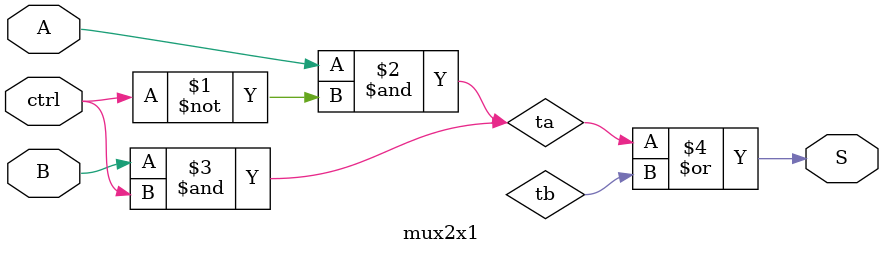
<source format=v>
`timescale 1ns / 1ps
module mux2x1(
		input A,
		input B,
		input ctrl,
		output S
    );

	wire ta, tb;
	and(ta, A, ~ctrl);
	and(ta, B, ctrl);
	or(S, ta, tb);

endmodule

</source>
